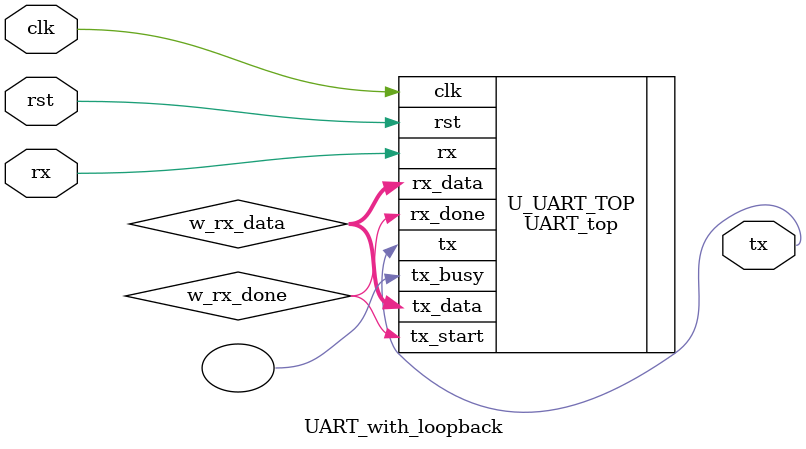
<source format=v>
`timescale 1ns / 1ps
module UART_with_loopback(
    input clk,
    input rst,
    input rx,
    output tx
    );

    // rx_done <-> tx_start
    // rx_data <-> tx_data
    wire w_rx_done;
    wire [7:0] w_rx_data;

    UART_top U_UART_TOP (
        .clk(clk),
        .rst(rst),
        .tx_start(w_rx_done),
        .tx_data(w_rx_data),
        .rx(rx),

        .tx_busy(),
        .tx(tx),
        .rx_data(w_rx_data),
        // .rx_busy(),
        .rx_done(w_rx_done)
    );
endmodule

</source>
